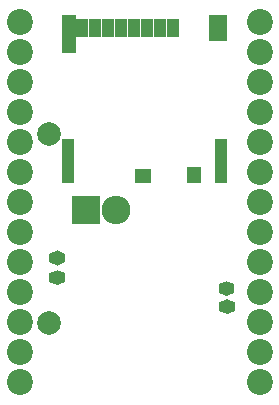
<source format=gbs>
G04 #@! TF.FileFunction,Soldermask,Bot*
%FSLAX46Y46*%
G04 Gerber Fmt 4.6, Leading zero omitted, Abs format (unit mm)*
G04 Created by KiCad (PCBNEW 4.0.0-rc2-stable) date 8/12/2015 5:56:54 PM*
%MOMM*%
G01*
G04 APERTURE LIST*
%ADD10C,0.100000*%
%ADD11C,0.381000*%
%ADD12R,1.100000X1.600000*%
%ADD13R,1.450000X1.180000*%
%ADD14R,1.100000X3.730000*%
%ADD15R,1.540000X2.230000*%
%ADD16R,1.300000X1.330000*%
%ADD17R,1.260000X3.200000*%
%ADD18C,2.200000*%
%ADD19C,2.000000*%
%ADD20R,2.432000X2.432000*%
%ADD21O,2.432000X2.432000*%
G04 APERTURE END LIST*
D10*
D11*
X179070000Y-123799600D02*
X179070000Y-123088400D01*
X179070000Y-125450600D02*
X179070000Y-124739400D01*
X193395600Y-126390400D02*
X193395600Y-125679200D01*
X193446400Y-127914400D02*
X193446400Y-127203200D01*
D10*
G36*
X179116990Y-124095510D02*
X178413410Y-123795790D01*
X178413410Y-123092210D01*
X179116990Y-122792490D01*
X179116990Y-124095510D01*
X179116990Y-124095510D01*
G37*
G36*
X179726590Y-123795790D02*
X179023010Y-124095510D01*
X179023010Y-122792490D01*
X179726590Y-123092210D01*
X179726590Y-123795790D01*
X179726590Y-123795790D01*
G37*
G36*
X179116990Y-125746510D02*
X178413410Y-125446790D01*
X178413410Y-124743210D01*
X179116990Y-124443490D01*
X179116990Y-125746510D01*
X179116990Y-125746510D01*
G37*
G36*
X179726590Y-125446790D02*
X179023010Y-125746510D01*
X179023010Y-124443490D01*
X179726590Y-124743210D01*
X179726590Y-125446790D01*
X179726590Y-125446790D01*
G37*
G36*
X193442590Y-126686310D02*
X192739010Y-126386590D01*
X192739010Y-125683010D01*
X193442590Y-125383290D01*
X193442590Y-126686310D01*
X193442590Y-126686310D01*
G37*
G36*
X194052190Y-126386590D02*
X193348610Y-126686310D01*
X193348610Y-125383290D01*
X194052190Y-125683010D01*
X194052190Y-126386590D01*
X194052190Y-126386590D01*
G37*
G36*
X193493390Y-128210310D02*
X192789810Y-127910590D01*
X192789810Y-127207010D01*
X193493390Y-126907290D01*
X193493390Y-128210310D01*
X193493390Y-128210310D01*
G37*
G36*
X194102990Y-127910590D02*
X193399410Y-128210310D01*
X193399410Y-126907290D01*
X194102990Y-127207010D01*
X194102990Y-127910590D01*
X194102990Y-127910590D01*
G37*
D12*
X181149000Y-104013000D03*
X182249000Y-104013000D03*
X183349000Y-104013000D03*
X184449000Y-104013000D03*
X185549000Y-104013000D03*
X186649000Y-104013000D03*
X187749000Y-104013000D03*
X188849000Y-104013000D03*
D13*
X186374000Y-116503000D03*
D14*
X179989000Y-115228000D03*
D15*
X192729000Y-103978000D03*
D16*
X190639000Y-116428000D03*
D14*
X192949000Y-115228000D03*
D17*
X180069000Y-104463000D03*
D18*
X175895000Y-103505000D03*
X175895000Y-106045000D03*
X175895000Y-108585000D03*
X175895000Y-111125000D03*
X175895000Y-113665000D03*
X175895000Y-116205000D03*
X175895000Y-118745000D03*
X175895000Y-121285000D03*
X175895000Y-123825000D03*
X175895000Y-126365000D03*
X175895000Y-128905000D03*
X175895000Y-131445000D03*
X175895000Y-133985000D03*
X196215000Y-103505000D03*
X196215000Y-106045000D03*
X196215000Y-108585000D03*
X196215000Y-111125000D03*
X196215000Y-113665000D03*
X196215000Y-116205000D03*
X196215000Y-118745000D03*
X196215000Y-121285000D03*
X196215000Y-123825000D03*
X196215000Y-126365000D03*
X196215000Y-128905000D03*
X196215000Y-131445000D03*
X196215000Y-133985000D03*
D19*
X178371500Y-112929400D03*
X178371500Y-128929400D03*
D20*
X181483000Y-119380000D03*
D21*
X184023000Y-119380000D03*
M02*

</source>
